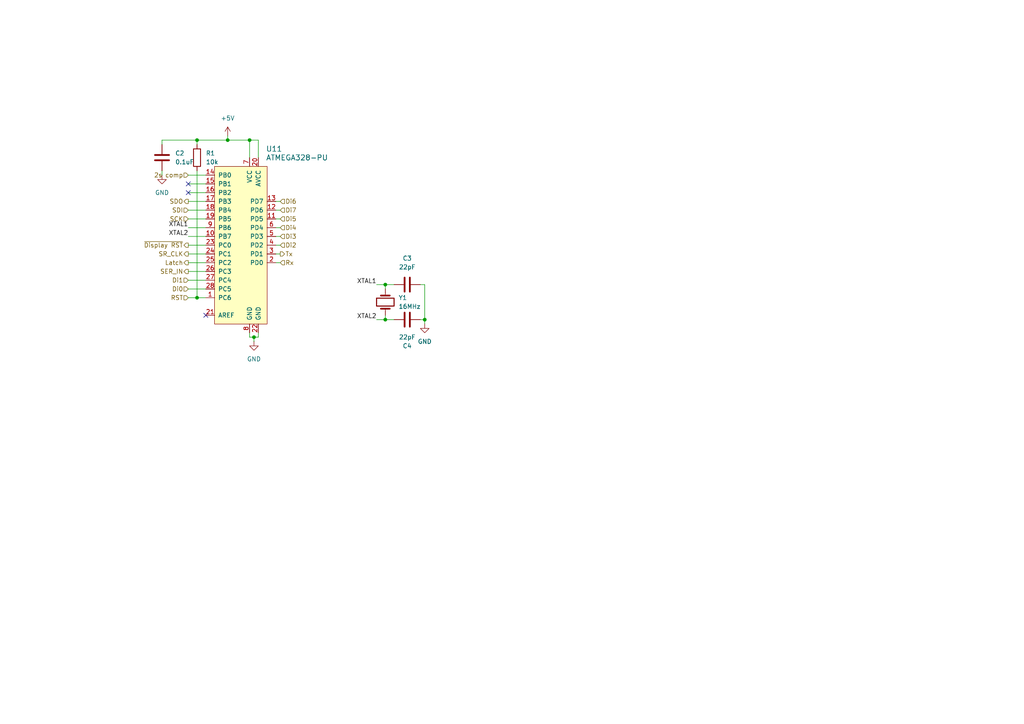
<source format=kicad_sch>
(kicad_sch (version 20231120) (generator "eeschema") (generator_version "8.0")
  (paper "A4")
  (lib_symbols
    (symbol "Device:C" (pin_numbers hide) (pin_names (offset 0.254))
      (property "Reference" "C" (at 0.635 2.54 0))
      (property "Value" "C" (at 0.635 -2.54 0))
      (symbol "C_0_1"
        (polyline (pts (xy -2.032 -0.762) (xy 2.032 -0.762)) (stroke (width 0.508)))
        (polyline (pts (xy -2.032 0.762) (xy 2.032 0.762)) (stroke (width 0.508)))
      )
      (symbol "C_1_1"
        (pin passive line (at 0 3.81 270) (length 2.794) (name "~") (number "1"))
        (pin passive line (at 0 -3.81 90) (length 2.794) (name "~") (number "2"))
      )
    )
    (symbol "Device:Crystal" (pin_numbers hide) (pin_names (offset 1.016) hide)
      (property "Reference" "Y" (at 0 3.81 0))
      (property "Value" "Crystal" (at 0 -3.81 0))
      (symbol "Crystal_0_1"
        (rectangle (start -1.143 2.54) (end 1.143 -2.54) (stroke (width 0.3048)))
        (polyline (pts (xy -2.54 0) (xy -1.905 0)))
        (polyline (pts (xy -1.905 -1.27) (xy -1.905 1.27)) (stroke (width 0.508)))
        (polyline (pts (xy 1.905 -1.27) (xy 1.905 1.27)) (stroke (width 0.508)))
        (polyline (pts (xy 2.54 0) (xy 1.905 0)))
      )
      (symbol "Crystal_1_1"
        (pin passive line (at -3.81 0 0) (length 1.27) (name "1") (number "1"))
        (pin passive line (at 3.81 0 180) (length 1.27) (name "2") (number "2"))
      )
    )
    (symbol "Device:R" (pin_numbers hide) (pin_names (offset 0))
      (property "Reference" "R" (at 2.032 0 90))
      (property "Value" "R" (at 0 0 90))
      (symbol "R_0_1"
        (rectangle (start -1.016 -2.54) (end 1.016 2.54) (stroke (width 0.254)))
      )
      (symbol "R_1_1"
        (pin passive line (at 0 3.81 270) (length 1.27) (name "~") (number "1"))
        (pin passive line (at 0 -3.81 90) (length 1.27) (name "~") (number "2"))
      )
    )
    (symbol "dk_Embedded-Microcontrollers:ATMEGA328-PU" (pin_names (offset 1.016))
      (property "Reference" "U" (at -10.16 29.21 0))
      (property "Value" "ATMEGA328-PU" (at -2.54 5.08 90))
      (symbol "ATMEGA328-PU_0_1"
        (rectangle (start -10.16 27.94) (end 5.08 -17.78) (fill (type background)))
      )
      (symbol "ATMEGA328-PU_1_1"
        (pin bidirectional line (at -12.7 -10.16 0) (length 2.54) (name "PC6") (number "1"))
        (pin bidirectional line (at -12.7 7.62 0) (length 2.54) (name "PB7") (number "10"))
        (pin bidirectional line (at 7.62 12.7 180) (length 2.54) (name "PD5") (number "11"))
        (pin bidirectional line (at 7.62 15.24 180) (length 2.54) (name "PD6") (number "12"))
        (pin bidirectional line (at 7.62 17.78 180) (length 2.54) (name "PD7") (number "13"))
        (pin bidirectional line (at -12.7 25.4 0) (length 2.54) (name "PB0") (number "14"))
        (pin bidirectional line (at -12.7 22.86 0) (length 2.54) (name "PB1") (number "15"))
        (pin bidirectional line (at -12.7 20.32 0) (length 2.54) (name "PB2") (number "16"))
        (pin bidirectional line (at -12.7 17.78 0) (length 2.54) (name "PB3") (number "17"))
        (pin bidirectional line (at -12.7 15.24 0) (length 2.54) (name "PB4") (number "18"))
        (pin bidirectional line (at -12.7 12.7 0) (length 2.54) (name "PB5") (number "19"))
        (pin bidirectional line (at 7.62 0 180) (length 2.54) (name "PD0") (number "2"))
        (pin power_in line (at 2.54 30.48 270) (length 2.54) (name "AVCC") (number "20"))
        (pin input line (at -12.7 -15.24 0) (length 2.54) (name "AREF") (number "21"))
        (pin power_in line (at 2.54 -20.32 90) (length 2.54) (name "GND") (number "22"))
        (pin bidirectional line (at -12.7 5.08 0) (length 2.54) (name "PC0") (number "23"))
        (pin bidirectional line (at -12.7 2.54 0) (length 2.54) (name "PC1") (number "24"))
        (pin bidirectional line (at -12.7 0 0) (length 2.54) (name "PC2") (number "25"))
        (pin bidirectional line (at -12.7 -2.54 0) (length 2.54) (name "PC3") (number "26"))
        (pin bidirectional line (at -12.7 -5.08 0) (length 2.54) (name "PC4") (number "27"))
        (pin bidirectional line (at -12.7 -7.62 0) (length 2.54) (name "PC5") (number "28"))
        (pin bidirectional line (at 7.62 2.54 180) (length 2.54) (name "PD1") (number "3"))
        (pin bidirectional line (at 7.62 5.08 180) (length 2.54) (name "PD2") (number "4"))
        (pin bidirectional line (at 7.62 7.62 180) (length 2.54) (name "PD3") (number "5"))
        (pin bidirectional line (at 7.62 10.16 180) (length 2.54) (name "PD4") (number "6"))
        (pin power_in line (at 0 30.48 270) (length 2.54) (name "VCC") (number "7"))
        (pin power_in line (at 0 -20.32 90) (length 2.54) (name "GND") (number "8"))
        (pin bidirectional line (at -12.7 10.16 0) (length 2.54) (name "PB6") (number "9"))
      )
    )
    (symbol "power:+5V" (power) (pin_numbers hide) (pin_names (offset 0) hide)
      (property "Value" "+5V" (at 0 3.556 0))
      (symbol "+5V_0_1"
        (polyline (pts (xy -0.762 1.27) (xy 0 2.54)))
        (polyline (pts (xy 0 0) (xy 0 2.54)))
        (polyline (pts (xy 0 2.54) (xy 0.762 1.27)))
      )
      (symbol "+5V_1_1"
        (pin power_in line (at 0 0 90) (length 0) (name "~") (number "1"))
      )
    )
    (symbol "power:GND" (power) (pin_numbers hide) (pin_names (offset 0) hide)
      (property "Value" "GND" (at 0 -3.81 0))
      (symbol "GND_0_1"
        (polyline (pts (xy 0 0) (xy 0 -1.27) (xy 1.27 -1.27) (xy 0 -2.54) (xy -1.27 -1.27) (xy 0 -1.27)))
      )
      (symbol "GND_1_1"
        (pin power_in line (at 0 0 270) (length 0) (name "~") (number "1"))
      )
    )
  )
  (junction (at 72.39 40.64))
  (junction (at 73.66 97.79))
  (junction (at 57.15 86.36))
  (junction (at 111.76 82.55))
  (junction (at 66.04 40.64))
  (junction (at 123.19 92.71))
  (junction (at 57.15 40.64))
  (junction (at 111.76 92.71))
  (no_connect (at 54.61 53.34))
  (no_connect (at 59.69 91.44))
  (no_connect (at 54.61 55.88))
  (wire (pts (xy 54.61 73.66) (xy 59.69 73.66)))
  (wire (pts (xy 57.15 40.64) (xy 57.15 41.91)))
  (wire (pts (xy 80.01 68.58) (xy 81.28 68.58)))
  (wire (pts (xy 54.61 68.58) (xy 59.69 68.58)))
  (wire (pts (xy 54.61 63.5) (xy 59.69 63.5)))
  (wire (pts (xy 54.61 60.96) (xy 59.69 60.96)))
  (wire (pts (xy 73.66 97.79) (xy 73.66 99.06)))
  (wire (pts (xy 72.39 40.64) (xy 74.93 40.64)))
  (wire (pts (xy 80.01 58.42) (xy 81.28 58.42)))
  (wire (pts (xy 54.61 53.34) (xy 59.69 53.34)))
  (wire (pts (xy 54.61 78.74) (xy 59.69 78.74)))
  (wire (pts (xy 66.04 40.64) (xy 66.04 39.37)))
  (wire (pts (xy 46.99 40.64) (xy 57.15 40.64)))
  (wire (pts (xy 54.61 58.42) (xy 59.69 58.42)))
  (wire (pts (xy 54.61 81.28) (xy 59.69 81.28)))
  (wire (pts (xy 109.22 82.55) (xy 111.76 82.55)))
  (wire (pts (xy 80.01 71.12) (xy 81.28 71.12)))
  (wire (pts (xy 54.61 71.12) (xy 59.69 71.12)))
  (wire (pts (xy 80.01 60.96) (xy 81.28 60.96)))
  (wire (pts (xy 72.39 97.79) (xy 73.66 97.79)))
  (wire (pts (xy 54.61 76.2) (xy 59.69 76.2)))
  (wire (pts (xy 46.99 41.91) (xy 46.99 40.64)))
  (wire (pts (xy 57.15 40.64) (xy 66.04 40.64)))
  (wire (pts (xy 111.76 92.71) (xy 114.3 92.71)))
  (wire (pts (xy 74.93 96.52) (xy 74.93 97.79)))
  (wire (pts (xy 54.61 86.36) (xy 57.15 86.36)))
  (wire (pts (xy 121.92 92.71) (xy 123.19 92.71)))
  (wire (pts (xy 57.15 86.36) (xy 59.69 86.36)))
  (wire (pts (xy 54.61 66.04) (xy 59.69 66.04)))
  (wire (pts (xy 123.19 92.71) (xy 123.19 82.55)))
  (wire (pts (xy 57.15 49.53) (xy 57.15 86.36)))
  (wire (pts (xy 123.19 93.98) (xy 123.19 92.71)))
  (wire (pts (xy 80.01 66.04) (xy 81.28 66.04)))
  (wire (pts (xy 81.28 76.2) (xy 80.01 76.2)))
  (wire (pts (xy 54.61 55.88) (xy 59.69 55.88)))
  (wire (pts (xy 66.04 40.64) (xy 72.39 40.64)))
  (wire (pts (xy 74.93 45.72) (xy 74.93 40.64)))
  (wire (pts (xy 72.39 40.64) (xy 72.39 45.72)))
  (wire (pts (xy 111.76 82.55) (xy 111.76 83.82)))
  (wire (pts (xy 111.76 92.71) (xy 111.76 91.44)))
  (wire (pts (xy 81.28 73.66) (xy 80.01 73.66)))
  (wire (pts (xy 73.66 97.79) (xy 74.93 97.79)))
  (wire (pts (xy 54.61 83.82) (xy 59.69 83.82)))
  (wire (pts (xy 72.39 97.79) (xy 72.39 96.52)))
  (wire (pts (xy 111.76 82.55) (xy 114.3 82.55)))
  (wire (pts (xy 109.22 92.71) (xy 111.76 92.71)))
  (wire (pts (xy 46.99 49.53) (xy 46.99 50.8)))
  (wire (pts (xy 123.19 82.55) (xy 121.92 82.55)))
  (wire (pts (xy 80.01 63.5) (xy 81.28 63.5)))
  (wire (pts (xy 54.61 50.8) (xy 59.69 50.8)))
  (label "XTAL2" (at 109.22 92.71 180))
  (label "XTAL2" (at 54.61 68.58 180))
  (label "XTAL1" (at 109.22 82.55 180))
  (label "XTAL1" (at 54.61 66.04 180))
  (hierarchical_label "SCK" (shape input) (at 54.61 63.5 180))
  (hierarchical_label "Tx" (shape output) (at 81.28 73.66 0))
  (hierarchical_label "Di0" (shape input) (at 54.61 83.82 180))
  (hierarchical_label "Di6" (shape input) (at 81.28 58.42 0))
  (hierarchical_label "Di7" (shape input) (at 81.28 60.96 0))
  (hierarchical_label "Di3" (shape input) (at 81.28 68.58 0))
  (hierarchical_label "RST" (shape input) (at 54.61 86.36 180))
  (hierarchical_label "Di4" (shape input) (at 81.28 66.04 0))
  (hierarchical_label "SDO" (shape output) (at 54.61 58.42 180))
  (hierarchical_label "SER_IN" (shape output) (at 54.61 78.74 180))
  (hierarchical_label "SDI" (shape input) (at 54.61 60.96 180))
  (hierarchical_label "Di5" (shape input) (at 81.28 63.5 0))
  (hierarchical_label "Rx" (shape input) (at 81.28 76.2 0))
  (hierarchical_label "Latch" (shape output) (at 54.61 76.2 180))
  (hierarchical_label "Di2" (shape input) (at 81.28 71.12 0))
  (hierarchical_label "2s comp" (shape input) (at 54.61 50.8 180))
  (hierarchical_label "SR_CLK" (shape output) (at 54.61 73.66 180))
  (hierarchical_label "Di1" (shape input) (at 54.61 81.28 180))
  (hierarchical_label "~{Display RST}" (shape output) (at 54.61 71.12 180))
  (symbol (lib_id "dk_Embedded-Microcontrollers:ATMEGA328-PU") (at 72.39 76.2 0) (unit 1)
    (property "Reference" "U11" (at 77.1241 43.18 0) (effects (font (size 1.524 1.524)) (justify left)))
    (property "Value" "ATMEGA328-PU" (at 77.1241 45.72 0) (effects (font (size 1.524 1.524)) (justify left)))
    (property "Footprint" "_DownloadFootprints:DIP787W46P254L3467H508Q28" (effects (hide yes)))
    (property "Datasheet" "http://www.microchip.com/mymicrochip/filehandler.aspx?ddocname=en608326" (effects (hide yes)))
    (property "Description" "IC MCU 8BIT 32KB FLASH 28DIP" (effects (hide yes)))
    (property "Digi-Key_PN" "ATMEGA328-PU-ND" (effects (hide yes)))
    (property "MPN" "ATMEGA328-PU" (effects (hide yes)))
    (property "Category" "Integrated Circuits (ICs)" (effects (hide yes)))
    (property "Family" "Embedded - Microcontrollers" (effects (hide yes)))
    (property "DK_Datasheet_Link" "http://www.microchip.com/mymicrochip/filehandler.aspx?ddocname=en608326" (effects (hide yes)))
    (property "DK_Detail_Page" "/product-detail/en/microchip-technology/ATMEGA328-PU/ATMEGA328-PU-ND/2271026" (effects (hide yes)))
    (property "Description_1" "IC MCU 8BIT 32KB FLASH 28DIP" (effects (hide yes)))
    (property "Manufacturer" "Microchip Technology" (effects (hide yes)))
    (property "Status" "Active" (effects (hide yes)))
  )
  (symbol (lib_id "Device:C") (at 46.99 45.72 0) (unit 1)
    (property "Reference" "C2" (at 50.8 44.4499 0) (effects (justify left)))
    (property "Value" "0.1uF" (at 50.8 46.9899 0) (effects (justify left)))
    (property "Footprint" "_DownloadFootprints:Cp_2mm_pin_spacing" (effects (hide yes)))
    (property "Description" "Unpolarized capacitor" (effects (hide yes)))
  )
  (symbol (lib_id "power:GND") (at 123.19 93.98 0) (unit 1)
    (property "Reference" "#PWR026" (effects (hide yes)))
    (property "Value" "GND" (at 123.19 99.06 0))
    (property "Description" "Power symbol creates a global label with name \"GND\" , ground" (effects (hide yes)))
  )
  (symbol (lib_id "Device:R") (at 57.15 45.72 0) (unit 1)
    (property "Reference" "R1" (at 59.69 44.4499 0) (effects (justify left)))
    (property "Value" "10k" (at 59.69 46.9899 0) (effects (justify left)))
    (property "Footprint" "_DownloadFootprints:CF_series_Resistors_THT" (effects (hide yes)))
    (property "Description" "Resistor" (effects (hide yes)))
  )
  (symbol (lib_id "power:GND") (at 46.99 50.8 0) (unit 1)
    (property "Reference" "#PWR023" (effects (hide yes)))
    (property "Value" "GND" (at 46.99 55.88 0))
    (property "Description" "Power symbol creates a global label with name \"GND\" , ground" (effects (hide yes)))
  )
  (symbol (lib_id "Device:Crystal") (at 111.76 87.63 90) (unit 1)
    (property "Reference" "Y1" (at 115.57 86.3599 90) (effects (justify right)))
    (property "Value" "16MHz" (at 115.57 88.8999 90) (effects (justify right)))
    (property "Footprint" "8BitCPUFootprints:16MHzCrystalOscillator" (effects (hide yes)))
    (property "Description" "Two pin crystal" (effects (hide yes)))
  )
  (symbol (lib_id "Device:C") (at 118.11 92.71 270) (mirror x) (unit 1)
    (property "Reference" "C4" (at 118.11 100.33 90))
    (property "Value" "22pF" (at 118.11 97.79 90))
    (property "Footprint" "Capacitor_THT:C_Disc_D5.0mm_W2.5mm_P2.50mm" (effects (hide yes)))
    (property "Description" "Unpolarized capacitor" (effects (hide yes)))
  )
  (symbol (lib_id "power:GND") (at 73.66 99.06 0) (unit 1)
    (property "Reference" "#PWR025" (effects (hide yes)))
    (property "Value" "GND" (at 73.66 104.14 0))
    (property "Description" "Power symbol creates a global label with name \"GND\" , ground" (effects (hide yes)))
  )
  (symbol (lib_id "power:+5V") (at 66.04 39.37 0) (unit 1)
    (property "Reference" "#PWR024" (effects (hide yes)))
    (property "Value" "+5V" (at 66.04 34.29 0))
    (property "Description" "Power symbol creates a global label with name \"+5V\"" (effects (hide yes)))
  )
  (symbol (lib_id "Device:C") (at 118.11 82.55 90) (unit 1)
    (property "Reference" "C3" (at 118.11 74.93 90))
    (property "Value" "22pF" (at 118.11 77.47 90))
    (property "Footprint" "Capacitor_THT:C_Disc_D5.0mm_W2.5mm_P2.50mm" (effects (hide yes)))
    (property "Description" "Unpolarized capacitor" (effects (hide yes)))
  )
)
</source>
